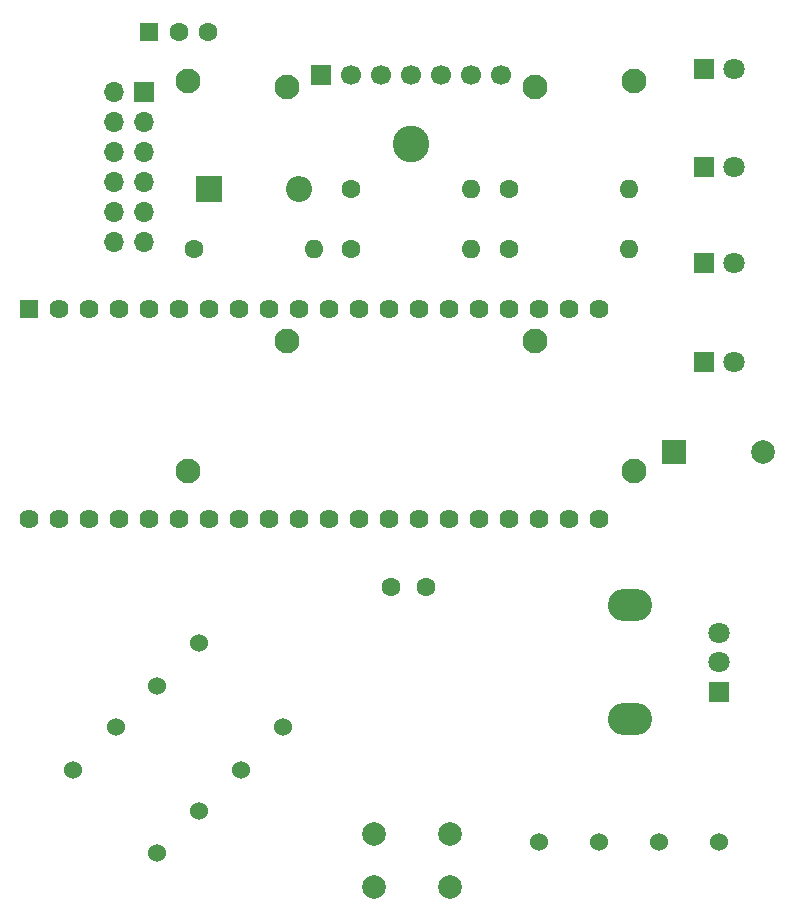
<source format=gts>
G04 #@! TF.GenerationSoftware,KiCad,Pcbnew,5.1.9+dfsg1-1*
G04 #@! TF.CreationDate,2021-08-19T15:16:30+02:00*
G04 #@! TF.ProjectId,piconsole,7069636f-6e73-46f6-9c65-2e6b69636164,rev?*
G04 #@! TF.SameCoordinates,Original*
G04 #@! TF.FileFunction,Soldermask,Top*
G04 #@! TF.FilePolarity,Negative*
%FSLAX46Y46*%
G04 Gerber Fmt 4.6, Leading zero omitted, Abs format (unit mm)*
G04 Created by KiCad (PCBNEW 5.1.9+dfsg1-1) date 2021-08-19 15:16:30*
%MOMM*%
%LPD*%
G01*
G04 APERTURE LIST*
%ADD10C,1.700000*%
%ADD11C,2.100000*%
%ADD12R,1.700000X1.700000*%
%ADD13C,2.000000*%
%ADD14O,3.740000X2.720000*%
%ADD15C,1.800000*%
%ADD16R,1.800000X1.800000*%
%ADD17R,1.624000X1.624000*%
%ADD18C,1.624000*%
%ADD19C,1.524000*%
%ADD20C,3.100000*%
%ADD21R,2.000000X2.000000*%
%ADD22R,2.200000X2.200000*%
%ADD23O,2.200000X2.200000*%
%ADD24O,1.700000X1.700000*%
%ADD25C,1.600000*%
%ADD26O,1.600000X1.600000*%
%ADD27R,1.600000X1.600000*%
G04 APERTURE END LIST*
D10*
X138432500Y-64026000D03*
X135892500Y-64026000D03*
X133352500Y-64026000D03*
D11*
X111910000Y-64526000D03*
X149710000Y-64526000D03*
X111910000Y-97526000D03*
X149710000Y-97526000D03*
D12*
X123192500Y-64026000D03*
D10*
X125732500Y-64026000D03*
X128272500Y-64026000D03*
X130810000Y-64026000D03*
D11*
X120310000Y-65026000D03*
X141310000Y-65026000D03*
X120310000Y-86526000D03*
X141310000Y-86526000D03*
D13*
X134135000Y-128270000D03*
X134135000Y-132770000D03*
X127635000Y-128270000D03*
X127635000Y-132770000D03*
D14*
X149345000Y-118505000D03*
X149345000Y-108905000D03*
D15*
X156845000Y-111205000D03*
X156845000Y-113705000D03*
D16*
X156845000Y-116205000D03*
D17*
X98425000Y-83820000D03*
D18*
X100965000Y-83820000D03*
X103505000Y-83820000D03*
X106045000Y-83820000D03*
X108585000Y-83820000D03*
X111125000Y-83820000D03*
X113665000Y-83820000D03*
X116205000Y-83820000D03*
X118745000Y-83820000D03*
X121285000Y-83820000D03*
X123825000Y-83820000D03*
X126365000Y-83820000D03*
X128905000Y-83820000D03*
X131445000Y-83820000D03*
X133985000Y-83820000D03*
X136525000Y-83820000D03*
X139065000Y-83820000D03*
X141605000Y-83820000D03*
X144145000Y-83820000D03*
X146685000Y-83820000D03*
X146685000Y-101600000D03*
X144145000Y-101600000D03*
X141605000Y-101600000D03*
X139065000Y-101600000D03*
X136525000Y-101600000D03*
X133985000Y-101600000D03*
X131445000Y-101600000D03*
X128905000Y-101600000D03*
X126365000Y-101600000D03*
X123825000Y-101600000D03*
X121285000Y-101600000D03*
X118745000Y-101600000D03*
X116205000Y-101600000D03*
X113665000Y-101600000D03*
X111125000Y-101600000D03*
X108585000Y-101600000D03*
X106045000Y-101600000D03*
X103505000Y-101600000D03*
X100965000Y-101600000D03*
X98425000Y-101600000D03*
D19*
X146685000Y-128905000D03*
X141605000Y-128905000D03*
D20*
X130810000Y-69850000D03*
D21*
X153035000Y-95885000D03*
D13*
X160635000Y-95885000D03*
D16*
X155575000Y-63500000D03*
D15*
X158115000Y-63500000D03*
D16*
X155575000Y-71755000D03*
D15*
X158115000Y-71755000D03*
X158115000Y-79930000D03*
D16*
X155575000Y-79930000D03*
X155575000Y-88265000D03*
D15*
X158115000Y-88265000D03*
D22*
X113665000Y-73660000D03*
D23*
X121285000Y-73660000D03*
D12*
X108204000Y-65405000D03*
D24*
X105664000Y-65405000D03*
X108204000Y-67945000D03*
X105664000Y-67945000D03*
X108204000Y-70485000D03*
X105664000Y-70485000D03*
X108204000Y-73025000D03*
X105664000Y-73025000D03*
X108204000Y-75565000D03*
X105664000Y-75565000D03*
X108204000Y-78105000D03*
X105664000Y-78105000D03*
D25*
X139065000Y-73660000D03*
D26*
X149225000Y-73660000D03*
D25*
X125730000Y-78740000D03*
D26*
X135890000Y-78740000D03*
X122555000Y-78740000D03*
D25*
X112395000Y-78740000D03*
X125730000Y-73660000D03*
D26*
X135890000Y-73660000D03*
X149225000Y-78740000D03*
D25*
X139065000Y-78740000D03*
X132080000Y-107315000D03*
X129080000Y-107315000D03*
D19*
X112891051Y-112108949D03*
X109298949Y-115701051D03*
X109298949Y-129901051D03*
X112891051Y-126308949D03*
X105791051Y-119208949D03*
X102198949Y-122801051D03*
X116398949Y-122801051D03*
X119991051Y-119208949D03*
X151765000Y-128905000D03*
X156845000Y-128905000D03*
D27*
X108625000Y-60325000D03*
D25*
X111125000Y-60325000D03*
X113625000Y-60325000D03*
M02*

</source>
